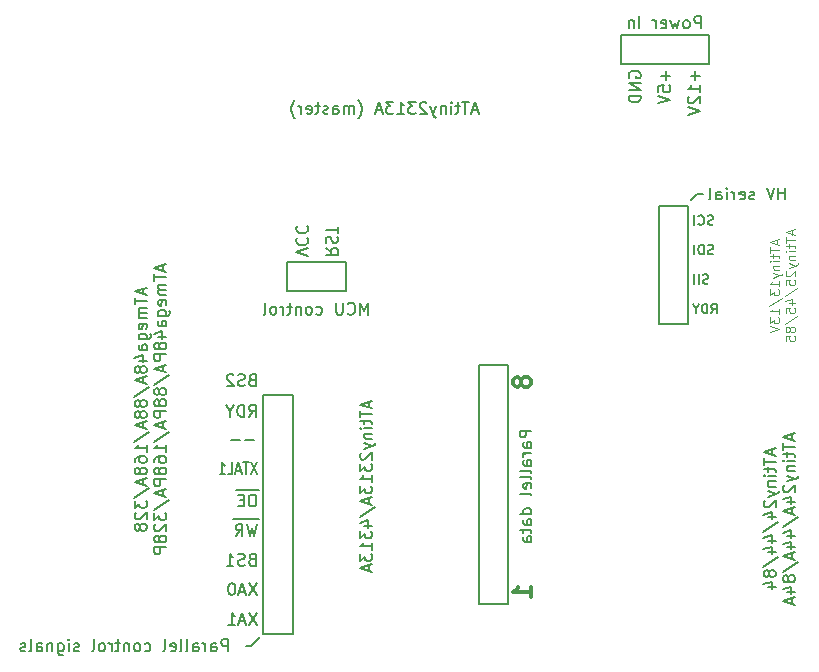
<source format=gbr>
G04 #@! TF.GenerationSoftware,KiCad,Pcbnew,5.1.6-c6e7f7d~87~ubuntu19.10.1*
G04 #@! TF.CreationDate,2020-11-03T03:18:30+01:00*
G04 #@! TF.ProjectId,fusedoctor,66757365-646f-4637-946f-722e6b696361,rev?*
G04 #@! TF.SameCoordinates,Original*
G04 #@! TF.FileFunction,Legend,Bot*
G04 #@! TF.FilePolarity,Positive*
%FSLAX46Y46*%
G04 Gerber Fmt 4.6, Leading zero omitted, Abs format (unit mm)*
G04 Created by KiCad (PCBNEW 5.1.6-c6e7f7d~87~ubuntu19.10.1) date 2020-11-03 03:18:30*
%MOMM*%
%LPD*%
G01*
G04 APERTURE LIST*
%ADD10C,0.150000*%
%ADD11C,0.200000*%
%ADD12C,0.300000*%
%ADD13C,0.125000*%
G04 APERTURE END LIST*
D10*
X70500000Y-140821428D02*
X71261904Y-140821428D01*
X71738095Y-140821428D02*
X72500000Y-140821428D01*
D11*
X72755714Y-142702380D02*
X72222380Y-143702380D01*
X72222380Y-142702380D02*
X72755714Y-143702380D01*
X72031904Y-142702380D02*
X71574761Y-142702380D01*
X71803333Y-143702380D02*
X71803333Y-142702380D01*
X71346190Y-143416666D02*
X70965238Y-143416666D01*
X71422380Y-143702380D02*
X71155714Y-142702380D01*
X70889047Y-143702380D01*
X70241428Y-143702380D02*
X70622380Y-143702380D01*
X70622380Y-142702380D01*
X69555714Y-143702380D02*
X70012857Y-143702380D01*
X69784285Y-143702380D02*
X69784285Y-142702380D01*
X69860476Y-142845238D01*
X69936666Y-142940476D01*
X70012857Y-142988095D01*
D10*
X110297619Y-105952380D02*
X110297619Y-104952380D01*
X109916666Y-104952380D01*
X109821428Y-105000000D01*
X109773809Y-105047619D01*
X109726190Y-105142857D01*
X109726190Y-105285714D01*
X109773809Y-105380952D01*
X109821428Y-105428571D01*
X109916666Y-105476190D01*
X110297619Y-105476190D01*
X109154761Y-105952380D02*
X109250000Y-105904761D01*
X109297619Y-105857142D01*
X109345238Y-105761904D01*
X109345238Y-105476190D01*
X109297619Y-105380952D01*
X109250000Y-105333333D01*
X109154761Y-105285714D01*
X109011904Y-105285714D01*
X108916666Y-105333333D01*
X108869047Y-105380952D01*
X108821428Y-105476190D01*
X108821428Y-105761904D01*
X108869047Y-105857142D01*
X108916666Y-105904761D01*
X109011904Y-105952380D01*
X109154761Y-105952380D01*
X108488095Y-105285714D02*
X108297619Y-105952380D01*
X108107142Y-105476190D01*
X107916666Y-105952380D01*
X107726190Y-105285714D01*
X106964285Y-105904761D02*
X107059523Y-105952380D01*
X107250000Y-105952380D01*
X107345238Y-105904761D01*
X107392857Y-105809523D01*
X107392857Y-105428571D01*
X107345238Y-105333333D01*
X107250000Y-105285714D01*
X107059523Y-105285714D01*
X106964285Y-105333333D01*
X106916666Y-105428571D01*
X106916666Y-105523809D01*
X107392857Y-105619047D01*
X106488095Y-105952380D02*
X106488095Y-105285714D01*
X106488095Y-105476190D02*
X106440476Y-105380952D01*
X106392857Y-105333333D01*
X106297619Y-105285714D01*
X106202380Y-105285714D01*
X105107142Y-105952380D02*
X105107142Y-104952380D01*
X104630952Y-105285714D02*
X104630952Y-105952380D01*
X104630952Y-105380952D02*
X104583333Y-105333333D01*
X104488095Y-105285714D01*
X104345238Y-105285714D01*
X104250000Y-105333333D01*
X104202380Y-105428571D01*
X104202380Y-105952380D01*
X111190594Y-130111904D02*
X111457261Y-129730952D01*
X111647737Y-130111904D02*
X111647737Y-129311904D01*
X111342975Y-129311904D01*
X111266785Y-129350000D01*
X111228690Y-129388095D01*
X111190594Y-129464285D01*
X111190594Y-129578571D01*
X111228690Y-129654761D01*
X111266785Y-129692857D01*
X111342975Y-129730952D01*
X111647737Y-129730952D01*
X110847737Y-130111904D02*
X110847737Y-129311904D01*
X110657261Y-129311904D01*
X110542975Y-129350000D01*
X110466785Y-129426190D01*
X110428690Y-129502380D01*
X110390594Y-129654761D01*
X110390594Y-129769047D01*
X110428690Y-129921428D01*
X110466785Y-129997619D01*
X110542975Y-130073809D01*
X110657261Y-130111904D01*
X110847737Y-130111904D01*
X109895356Y-129730952D02*
X109895356Y-130111904D01*
X110162023Y-129311904D02*
X109895356Y-129730952D01*
X109628690Y-129311904D01*
X110923929Y-127573809D02*
X110809643Y-127611904D01*
X110619167Y-127611904D01*
X110542976Y-127573809D01*
X110504881Y-127535714D01*
X110466786Y-127459523D01*
X110466786Y-127383333D01*
X110504881Y-127307142D01*
X110542976Y-127269047D01*
X110619167Y-127230952D01*
X110771548Y-127192857D01*
X110847738Y-127154761D01*
X110885833Y-127116666D01*
X110923929Y-127040476D01*
X110923929Y-126964285D01*
X110885833Y-126888095D01*
X110847738Y-126850000D01*
X110771548Y-126811904D01*
X110581071Y-126811904D01*
X110466786Y-126850000D01*
X110123929Y-127611904D02*
X110123929Y-126811904D01*
X109742976Y-127611904D02*
X109742976Y-126811904D01*
X111342976Y-125073809D02*
X111228690Y-125111904D01*
X111038214Y-125111904D01*
X110962023Y-125073809D01*
X110923928Y-125035714D01*
X110885833Y-124959523D01*
X110885833Y-124883333D01*
X110923928Y-124807142D01*
X110962023Y-124769047D01*
X111038214Y-124730952D01*
X111190595Y-124692857D01*
X111266785Y-124654761D01*
X111304880Y-124616666D01*
X111342976Y-124540476D01*
X111342976Y-124464285D01*
X111304880Y-124388095D01*
X111266785Y-124350000D01*
X111190595Y-124311904D01*
X111000118Y-124311904D01*
X110885833Y-124350000D01*
X110542976Y-125111904D02*
X110542976Y-124311904D01*
X110352499Y-124311904D01*
X110238214Y-124350000D01*
X110162023Y-124426190D01*
X110123928Y-124502380D01*
X110085833Y-124654761D01*
X110085833Y-124769047D01*
X110123928Y-124921428D01*
X110162023Y-124997619D01*
X110238214Y-125073809D01*
X110352499Y-125111904D01*
X110542976Y-125111904D01*
X109742976Y-125111904D02*
X109742976Y-124311904D01*
X111342976Y-122573809D02*
X111228690Y-122611904D01*
X111038214Y-122611904D01*
X110962023Y-122573809D01*
X110923928Y-122535714D01*
X110885833Y-122459523D01*
X110885833Y-122383333D01*
X110923928Y-122307142D01*
X110962023Y-122269047D01*
X111038214Y-122230952D01*
X111190595Y-122192857D01*
X111266785Y-122154761D01*
X111304880Y-122116666D01*
X111342976Y-122040476D01*
X111342976Y-121964285D01*
X111304880Y-121888095D01*
X111266785Y-121850000D01*
X111190595Y-121811904D01*
X111000118Y-121811904D01*
X110885833Y-121850000D01*
X110085833Y-122535714D02*
X110123928Y-122573809D01*
X110238214Y-122611904D01*
X110314404Y-122611904D01*
X110428690Y-122573809D01*
X110504880Y-122497619D01*
X110542976Y-122421428D01*
X110581071Y-122269047D01*
X110581071Y-122154761D01*
X110542976Y-122002380D01*
X110504880Y-121926190D01*
X110428690Y-121850000D01*
X110314404Y-121811904D01*
X110238214Y-121811904D01*
X110123928Y-121850000D01*
X110085833Y-121888095D01*
X109742976Y-122611904D02*
X109742976Y-121811904D01*
D11*
X78547619Y-124560476D02*
X79023809Y-124893809D01*
X78547619Y-125131904D02*
X79547619Y-125131904D01*
X79547619Y-124750952D01*
X79500000Y-124655714D01*
X79452380Y-124608095D01*
X79357142Y-124560476D01*
X79214285Y-124560476D01*
X79119047Y-124608095D01*
X79071428Y-124655714D01*
X79023809Y-124750952D01*
X79023809Y-125131904D01*
X78595238Y-124179523D02*
X78547619Y-124036666D01*
X78547619Y-123798571D01*
X78595238Y-123703333D01*
X78642857Y-123655714D01*
X78738095Y-123608095D01*
X78833333Y-123608095D01*
X78928571Y-123655714D01*
X78976190Y-123703333D01*
X79023809Y-123798571D01*
X79071428Y-123989047D01*
X79119047Y-124084285D01*
X79166666Y-124131904D01*
X79261904Y-124179523D01*
X79357142Y-124179523D01*
X79452380Y-124131904D01*
X79500000Y-124084285D01*
X79547619Y-123989047D01*
X79547619Y-123750952D01*
X79500000Y-123608095D01*
X79547619Y-123322380D02*
X79547619Y-122750952D01*
X78547619Y-123036666D02*
X79547619Y-123036666D01*
X77047619Y-125274761D02*
X76047619Y-124941428D01*
X77047619Y-124608095D01*
X76142857Y-123703333D02*
X76095238Y-123750952D01*
X76047619Y-123893809D01*
X76047619Y-123989047D01*
X76095238Y-124131904D01*
X76190476Y-124227142D01*
X76285714Y-124274761D01*
X76476190Y-124322380D01*
X76619047Y-124322380D01*
X76809523Y-124274761D01*
X76904761Y-124227142D01*
X77000000Y-124131904D01*
X77047619Y-123989047D01*
X77047619Y-123893809D01*
X77000000Y-123750952D01*
X76952380Y-123703333D01*
X76142857Y-122703333D02*
X76095238Y-122750952D01*
X76047619Y-122893809D01*
X76047619Y-122989047D01*
X76095238Y-123131904D01*
X76190476Y-123227142D01*
X76285714Y-123274761D01*
X76476190Y-123322380D01*
X76619047Y-123322380D01*
X76809523Y-123274761D01*
X76904761Y-123227142D01*
X77000000Y-123131904D01*
X77047619Y-122989047D01*
X77047619Y-122893809D01*
X77000000Y-122750952D01*
X76952380Y-122703333D01*
D10*
X117440476Y-120452380D02*
X117440476Y-119452380D01*
X117440476Y-119928571D02*
X116869047Y-119928571D01*
X116869047Y-120452380D02*
X116869047Y-119452380D01*
X116535714Y-119452380D02*
X116202380Y-120452380D01*
X115869047Y-119452380D01*
X114821428Y-120404761D02*
X114726190Y-120452380D01*
X114535714Y-120452380D01*
X114440476Y-120404761D01*
X114392857Y-120309523D01*
X114392857Y-120261904D01*
X114440476Y-120166666D01*
X114535714Y-120119047D01*
X114678571Y-120119047D01*
X114773809Y-120071428D01*
X114821428Y-119976190D01*
X114821428Y-119928571D01*
X114773809Y-119833333D01*
X114678571Y-119785714D01*
X114535714Y-119785714D01*
X114440476Y-119833333D01*
X113583333Y-120404761D02*
X113678571Y-120452380D01*
X113869047Y-120452380D01*
X113964285Y-120404761D01*
X114011904Y-120309523D01*
X114011904Y-119928571D01*
X113964285Y-119833333D01*
X113869047Y-119785714D01*
X113678571Y-119785714D01*
X113583333Y-119833333D01*
X113535714Y-119928571D01*
X113535714Y-120023809D01*
X114011904Y-120119047D01*
X113107142Y-120452380D02*
X113107142Y-119785714D01*
X113107142Y-119976190D02*
X113059523Y-119880952D01*
X113011904Y-119833333D01*
X112916666Y-119785714D01*
X112821428Y-119785714D01*
X112488095Y-120452380D02*
X112488095Y-119785714D01*
X112488095Y-119452380D02*
X112535714Y-119500000D01*
X112488095Y-119547619D01*
X112440476Y-119500000D01*
X112488095Y-119452380D01*
X112488095Y-119547619D01*
X111583333Y-120452380D02*
X111583333Y-119928571D01*
X111630952Y-119833333D01*
X111726190Y-119785714D01*
X111916666Y-119785714D01*
X112011904Y-119833333D01*
X111583333Y-120404761D02*
X111678571Y-120452380D01*
X111916666Y-120452380D01*
X112011904Y-120404761D01*
X112059523Y-120309523D01*
X112059523Y-120214285D01*
X112011904Y-120119047D01*
X111916666Y-120071428D01*
X111678571Y-120071428D01*
X111583333Y-120023809D01*
X110964285Y-120452380D02*
X111059523Y-120404761D01*
X111107142Y-120309523D01*
X111107142Y-119452380D01*
X110000000Y-120000000D02*
X109500000Y-120500000D01*
X110500000Y-120000000D02*
X110000000Y-120000000D01*
X72250000Y-158250000D02*
X71750000Y-158250000D01*
X73000000Y-157500000D02*
X72250000Y-158250000D01*
X73250000Y-157250000D02*
X75750000Y-157250000D01*
X73250000Y-137000000D02*
X73250000Y-157250000D01*
X75750000Y-137000000D02*
X73250000Y-137000000D01*
X75750000Y-157250000D02*
X75750000Y-137000000D01*
X70261904Y-158702380D02*
X70261904Y-157702380D01*
X69880952Y-157702380D01*
X69785714Y-157750000D01*
X69738095Y-157797619D01*
X69690476Y-157892857D01*
X69690476Y-158035714D01*
X69738095Y-158130952D01*
X69785714Y-158178571D01*
X69880952Y-158226190D01*
X70261904Y-158226190D01*
X68833333Y-158702380D02*
X68833333Y-158178571D01*
X68880952Y-158083333D01*
X68976190Y-158035714D01*
X69166666Y-158035714D01*
X69261904Y-158083333D01*
X68833333Y-158654761D02*
X68928571Y-158702380D01*
X69166666Y-158702380D01*
X69261904Y-158654761D01*
X69309523Y-158559523D01*
X69309523Y-158464285D01*
X69261904Y-158369047D01*
X69166666Y-158321428D01*
X68928571Y-158321428D01*
X68833333Y-158273809D01*
X68357142Y-158702380D02*
X68357142Y-158035714D01*
X68357142Y-158226190D02*
X68309523Y-158130952D01*
X68261904Y-158083333D01*
X68166666Y-158035714D01*
X68071428Y-158035714D01*
X67309523Y-158702380D02*
X67309523Y-158178571D01*
X67357142Y-158083333D01*
X67452380Y-158035714D01*
X67642857Y-158035714D01*
X67738095Y-158083333D01*
X67309523Y-158654761D02*
X67404761Y-158702380D01*
X67642857Y-158702380D01*
X67738095Y-158654761D01*
X67785714Y-158559523D01*
X67785714Y-158464285D01*
X67738095Y-158369047D01*
X67642857Y-158321428D01*
X67404761Y-158321428D01*
X67309523Y-158273809D01*
X66690476Y-158702380D02*
X66785714Y-158654761D01*
X66833333Y-158559523D01*
X66833333Y-157702380D01*
X66166666Y-158702380D02*
X66261904Y-158654761D01*
X66309523Y-158559523D01*
X66309523Y-157702380D01*
X65404761Y-158654761D02*
X65500000Y-158702380D01*
X65690476Y-158702380D01*
X65785714Y-158654761D01*
X65833333Y-158559523D01*
X65833333Y-158178571D01*
X65785714Y-158083333D01*
X65690476Y-158035714D01*
X65500000Y-158035714D01*
X65404761Y-158083333D01*
X65357142Y-158178571D01*
X65357142Y-158273809D01*
X65833333Y-158369047D01*
X64785714Y-158702380D02*
X64880952Y-158654761D01*
X64928571Y-158559523D01*
X64928571Y-157702380D01*
X63214285Y-158654761D02*
X63309523Y-158702380D01*
X63500000Y-158702380D01*
X63595238Y-158654761D01*
X63642857Y-158607142D01*
X63690476Y-158511904D01*
X63690476Y-158226190D01*
X63642857Y-158130952D01*
X63595238Y-158083333D01*
X63500000Y-158035714D01*
X63309523Y-158035714D01*
X63214285Y-158083333D01*
X62642857Y-158702380D02*
X62738095Y-158654761D01*
X62785714Y-158607142D01*
X62833333Y-158511904D01*
X62833333Y-158226190D01*
X62785714Y-158130952D01*
X62738095Y-158083333D01*
X62642857Y-158035714D01*
X62500000Y-158035714D01*
X62404761Y-158083333D01*
X62357142Y-158130952D01*
X62309523Y-158226190D01*
X62309523Y-158511904D01*
X62357142Y-158607142D01*
X62404761Y-158654761D01*
X62500000Y-158702380D01*
X62642857Y-158702380D01*
X61880952Y-158035714D02*
X61880952Y-158702380D01*
X61880952Y-158130952D02*
X61833333Y-158083333D01*
X61738095Y-158035714D01*
X61595238Y-158035714D01*
X61500000Y-158083333D01*
X61452380Y-158178571D01*
X61452380Y-158702380D01*
X61119047Y-158035714D02*
X60738095Y-158035714D01*
X60976190Y-157702380D02*
X60976190Y-158559523D01*
X60928571Y-158654761D01*
X60833333Y-158702380D01*
X60738095Y-158702380D01*
X60404761Y-158702380D02*
X60404761Y-158035714D01*
X60404761Y-158226190D02*
X60357142Y-158130952D01*
X60309523Y-158083333D01*
X60214285Y-158035714D01*
X60119047Y-158035714D01*
X59642857Y-158702380D02*
X59738095Y-158654761D01*
X59785714Y-158607142D01*
X59833333Y-158511904D01*
X59833333Y-158226190D01*
X59785714Y-158130952D01*
X59738095Y-158083333D01*
X59642857Y-158035714D01*
X59500000Y-158035714D01*
X59404761Y-158083333D01*
X59357142Y-158130952D01*
X59309523Y-158226190D01*
X59309523Y-158511904D01*
X59357142Y-158607142D01*
X59404761Y-158654761D01*
X59500000Y-158702380D01*
X59642857Y-158702380D01*
X58738095Y-158702380D02*
X58833333Y-158654761D01*
X58880952Y-158559523D01*
X58880952Y-157702380D01*
X57642857Y-158654761D02*
X57547619Y-158702380D01*
X57357142Y-158702380D01*
X57261904Y-158654761D01*
X57214285Y-158559523D01*
X57214285Y-158511904D01*
X57261904Y-158416666D01*
X57357142Y-158369047D01*
X57500000Y-158369047D01*
X57595238Y-158321428D01*
X57642857Y-158226190D01*
X57642857Y-158178571D01*
X57595238Y-158083333D01*
X57500000Y-158035714D01*
X57357142Y-158035714D01*
X57261904Y-158083333D01*
X56785714Y-158702380D02*
X56785714Y-158035714D01*
X56785714Y-157702380D02*
X56833333Y-157750000D01*
X56785714Y-157797619D01*
X56738095Y-157750000D01*
X56785714Y-157702380D01*
X56785714Y-157797619D01*
X55880952Y-158035714D02*
X55880952Y-158845238D01*
X55928571Y-158940476D01*
X55976190Y-158988095D01*
X56071428Y-159035714D01*
X56214285Y-159035714D01*
X56309523Y-158988095D01*
X55880952Y-158654761D02*
X55976190Y-158702380D01*
X56166666Y-158702380D01*
X56261904Y-158654761D01*
X56309523Y-158607142D01*
X56357142Y-158511904D01*
X56357142Y-158226190D01*
X56309523Y-158130952D01*
X56261904Y-158083333D01*
X56166666Y-158035714D01*
X55976190Y-158035714D01*
X55880952Y-158083333D01*
X55404761Y-158035714D02*
X55404761Y-158702380D01*
X55404761Y-158130952D02*
X55357142Y-158083333D01*
X55261904Y-158035714D01*
X55119047Y-158035714D01*
X55023809Y-158083333D01*
X54976190Y-158178571D01*
X54976190Y-158702380D01*
X54071428Y-158702380D02*
X54071428Y-158178571D01*
X54119047Y-158083333D01*
X54214285Y-158035714D01*
X54404761Y-158035714D01*
X54500000Y-158083333D01*
X54071428Y-158654761D02*
X54166666Y-158702380D01*
X54404761Y-158702380D01*
X54500000Y-158654761D01*
X54547619Y-158559523D01*
X54547619Y-158464285D01*
X54500000Y-158369047D01*
X54404761Y-158321428D01*
X54166666Y-158321428D01*
X54071428Y-158273809D01*
X53452380Y-158702380D02*
X53547619Y-158654761D01*
X53595238Y-158559523D01*
X53595238Y-157702380D01*
X53119047Y-158654761D02*
X53023809Y-158702380D01*
X52833333Y-158702380D01*
X52738095Y-158654761D01*
X52690476Y-158559523D01*
X52690476Y-158511904D01*
X52738095Y-158416666D01*
X52833333Y-158369047D01*
X52976190Y-158369047D01*
X53071428Y-158321428D01*
X53119047Y-158226190D01*
X53119047Y-158178571D01*
X53071428Y-158083333D01*
X52976190Y-158035714D01*
X52833333Y-158035714D01*
X52738095Y-158083333D01*
D11*
X72298571Y-135728571D02*
X72155714Y-135776190D01*
X72108095Y-135823809D01*
X72060476Y-135919047D01*
X72060476Y-136061904D01*
X72108095Y-136157142D01*
X72155714Y-136204761D01*
X72250952Y-136252380D01*
X72631904Y-136252380D01*
X72631904Y-135252380D01*
X72298571Y-135252380D01*
X72203333Y-135300000D01*
X72155714Y-135347619D01*
X72108095Y-135442857D01*
X72108095Y-135538095D01*
X72155714Y-135633333D01*
X72203333Y-135680952D01*
X72298571Y-135728571D01*
X72631904Y-135728571D01*
X71679523Y-136204761D02*
X71536666Y-136252380D01*
X71298571Y-136252380D01*
X71203333Y-136204761D01*
X71155714Y-136157142D01*
X71108095Y-136061904D01*
X71108095Y-135966666D01*
X71155714Y-135871428D01*
X71203333Y-135823809D01*
X71298571Y-135776190D01*
X71489047Y-135728571D01*
X71584285Y-135680952D01*
X71631904Y-135633333D01*
X71679523Y-135538095D01*
X71679523Y-135442857D01*
X71631904Y-135347619D01*
X71584285Y-135300000D01*
X71489047Y-135252380D01*
X71250952Y-135252380D01*
X71108095Y-135300000D01*
X70727142Y-135347619D02*
X70679523Y-135300000D01*
X70584285Y-135252380D01*
X70346190Y-135252380D01*
X70250952Y-135300000D01*
X70203333Y-135347619D01*
X70155714Y-135442857D01*
X70155714Y-135538095D01*
X70203333Y-135680952D01*
X70774761Y-136252380D01*
X70155714Y-136252380D01*
D10*
X95952380Y-140035714D02*
X94952380Y-140035714D01*
X94952380Y-140416666D01*
X95000000Y-140511904D01*
X95047619Y-140559523D01*
X95142857Y-140607142D01*
X95285714Y-140607142D01*
X95380952Y-140559523D01*
X95428571Y-140511904D01*
X95476190Y-140416666D01*
X95476190Y-140035714D01*
X95952380Y-141464285D02*
X95428571Y-141464285D01*
X95333333Y-141416666D01*
X95285714Y-141321428D01*
X95285714Y-141130952D01*
X95333333Y-141035714D01*
X95904761Y-141464285D02*
X95952380Y-141369047D01*
X95952380Y-141130952D01*
X95904761Y-141035714D01*
X95809523Y-140988095D01*
X95714285Y-140988095D01*
X95619047Y-141035714D01*
X95571428Y-141130952D01*
X95571428Y-141369047D01*
X95523809Y-141464285D01*
X95952380Y-141940476D02*
X95285714Y-141940476D01*
X95476190Y-141940476D02*
X95380952Y-141988095D01*
X95333333Y-142035714D01*
X95285714Y-142130952D01*
X95285714Y-142226190D01*
X95952380Y-142988095D02*
X95428571Y-142988095D01*
X95333333Y-142940476D01*
X95285714Y-142845238D01*
X95285714Y-142654761D01*
X95333333Y-142559523D01*
X95904761Y-142988095D02*
X95952380Y-142892857D01*
X95952380Y-142654761D01*
X95904761Y-142559523D01*
X95809523Y-142511904D01*
X95714285Y-142511904D01*
X95619047Y-142559523D01*
X95571428Y-142654761D01*
X95571428Y-142892857D01*
X95523809Y-142988095D01*
X95952380Y-143607142D02*
X95904761Y-143511904D01*
X95809523Y-143464285D01*
X94952380Y-143464285D01*
X95952380Y-144130952D02*
X95904761Y-144035714D01*
X95809523Y-143988095D01*
X94952380Y-143988095D01*
X95904761Y-144892857D02*
X95952380Y-144797619D01*
X95952380Y-144607142D01*
X95904761Y-144511904D01*
X95809523Y-144464285D01*
X95428571Y-144464285D01*
X95333333Y-144511904D01*
X95285714Y-144607142D01*
X95285714Y-144797619D01*
X95333333Y-144892857D01*
X95428571Y-144940476D01*
X95523809Y-144940476D01*
X95619047Y-144464285D01*
X95952380Y-145511904D02*
X95904761Y-145416666D01*
X95809523Y-145369047D01*
X94952380Y-145369047D01*
X95952380Y-147083333D02*
X94952380Y-147083333D01*
X95904761Y-147083333D02*
X95952380Y-146988095D01*
X95952380Y-146797619D01*
X95904761Y-146702380D01*
X95857142Y-146654761D01*
X95761904Y-146607142D01*
X95476190Y-146607142D01*
X95380952Y-146654761D01*
X95333333Y-146702380D01*
X95285714Y-146797619D01*
X95285714Y-146988095D01*
X95333333Y-147083333D01*
X95952380Y-147988095D02*
X95428571Y-147988095D01*
X95333333Y-147940476D01*
X95285714Y-147845238D01*
X95285714Y-147654761D01*
X95333333Y-147559523D01*
X95904761Y-147988095D02*
X95952380Y-147892857D01*
X95952380Y-147654761D01*
X95904761Y-147559523D01*
X95809523Y-147511904D01*
X95714285Y-147511904D01*
X95619047Y-147559523D01*
X95571428Y-147654761D01*
X95571428Y-147892857D01*
X95523809Y-147988095D01*
X95285714Y-148321428D02*
X95285714Y-148702380D01*
X94952380Y-148464285D02*
X95809523Y-148464285D01*
X95904761Y-148511904D01*
X95952380Y-148607142D01*
X95952380Y-148702380D01*
X95952380Y-149464285D02*
X95428571Y-149464285D01*
X95333333Y-149416666D01*
X95285714Y-149321428D01*
X95285714Y-149130952D01*
X95333333Y-149035714D01*
X95904761Y-149464285D02*
X95952380Y-149369047D01*
X95952380Y-149130952D01*
X95904761Y-149035714D01*
X95809523Y-148988095D01*
X95714285Y-148988095D01*
X95619047Y-149035714D01*
X95571428Y-149130952D01*
X95571428Y-149369047D01*
X95523809Y-149464285D01*
D12*
X95071428Y-135766428D02*
X95000000Y-135623571D01*
X94928571Y-135552142D01*
X94785714Y-135480714D01*
X94714285Y-135480714D01*
X94571428Y-135552142D01*
X94500000Y-135623571D01*
X94428571Y-135766428D01*
X94428571Y-136052142D01*
X94500000Y-136195000D01*
X94571428Y-136266428D01*
X94714285Y-136337857D01*
X94785714Y-136337857D01*
X94928571Y-136266428D01*
X95000000Y-136195000D01*
X95071428Y-136052142D01*
X95071428Y-135766428D01*
X95142857Y-135623571D01*
X95214285Y-135552142D01*
X95357142Y-135480714D01*
X95642857Y-135480714D01*
X95785714Y-135552142D01*
X95857142Y-135623571D01*
X95928571Y-135766428D01*
X95928571Y-136052142D01*
X95857142Y-136195000D01*
X95785714Y-136266428D01*
X95642857Y-136337857D01*
X95357142Y-136337857D01*
X95214285Y-136266428D01*
X95142857Y-136195000D01*
X95071428Y-136052142D01*
X95928571Y-154087857D02*
X95928571Y-153230714D01*
X95928571Y-153659285D02*
X94428571Y-153659285D01*
X94642857Y-153516428D01*
X94785714Y-153373571D01*
X94857142Y-153230714D01*
D11*
X72060476Y-138852380D02*
X72393809Y-138376190D01*
X72631904Y-138852380D02*
X72631904Y-137852380D01*
X72250952Y-137852380D01*
X72155714Y-137900000D01*
X72108095Y-137947619D01*
X72060476Y-138042857D01*
X72060476Y-138185714D01*
X72108095Y-138280952D01*
X72155714Y-138328571D01*
X72250952Y-138376190D01*
X72631904Y-138376190D01*
X71631904Y-138852380D02*
X71631904Y-137852380D01*
X71393809Y-137852380D01*
X71250952Y-137900000D01*
X71155714Y-137995238D01*
X71108095Y-138090476D01*
X71060476Y-138280952D01*
X71060476Y-138423809D01*
X71108095Y-138614285D01*
X71155714Y-138709523D01*
X71250952Y-138804761D01*
X71393809Y-138852380D01*
X71631904Y-138852380D01*
X70441428Y-138376190D02*
X70441428Y-138852380D01*
X70774761Y-137852380D02*
X70441428Y-138376190D01*
X70108095Y-137852380D01*
D10*
X106750000Y-131000000D02*
X106750000Y-121000000D01*
X109250000Y-131000000D02*
X106750000Y-131000000D01*
X109250000Y-121000000D02*
X109250000Y-131000000D01*
X106750000Y-121000000D02*
X109250000Y-121000000D01*
X94000000Y-134500000D02*
X91500000Y-134500000D01*
X94000000Y-154750000D02*
X94000000Y-134500000D01*
X91500000Y-154750000D02*
X94000000Y-154750000D01*
X91500000Y-134500000D02*
X91500000Y-154750000D01*
X103500000Y-106500000D02*
X103500000Y-109000000D01*
X111000000Y-106500000D02*
X103500000Y-106500000D01*
X111000000Y-109000000D02*
X111000000Y-106500000D01*
X103500000Y-109000000D02*
X111000000Y-109000000D01*
X75250000Y-128250000D02*
X80250000Y-128250000D01*
X75250000Y-125750000D02*
X75250000Y-128250000D01*
X80250000Y-125750000D02*
X75250000Y-125750000D01*
X80250000Y-125750000D02*
X80250000Y-128250000D01*
X82130952Y-130202380D02*
X82130952Y-129202380D01*
X81797619Y-129916666D01*
X81464285Y-129202380D01*
X81464285Y-130202380D01*
X80416666Y-130107142D02*
X80464285Y-130154761D01*
X80607142Y-130202380D01*
X80702380Y-130202380D01*
X80845238Y-130154761D01*
X80940476Y-130059523D01*
X80988095Y-129964285D01*
X81035714Y-129773809D01*
X81035714Y-129630952D01*
X80988095Y-129440476D01*
X80940476Y-129345238D01*
X80845238Y-129250000D01*
X80702380Y-129202380D01*
X80607142Y-129202380D01*
X80464285Y-129250000D01*
X80416666Y-129297619D01*
X79988095Y-129202380D02*
X79988095Y-130011904D01*
X79940476Y-130107142D01*
X79892857Y-130154761D01*
X79797619Y-130202380D01*
X79607142Y-130202380D01*
X79511904Y-130154761D01*
X79464285Y-130107142D01*
X79416666Y-130011904D01*
X79416666Y-129202380D01*
X77750000Y-130154761D02*
X77845238Y-130202380D01*
X78035714Y-130202380D01*
X78130952Y-130154761D01*
X78178571Y-130107142D01*
X78226190Y-130011904D01*
X78226190Y-129726190D01*
X78178571Y-129630952D01*
X78130952Y-129583333D01*
X78035714Y-129535714D01*
X77845238Y-129535714D01*
X77750000Y-129583333D01*
X77178571Y-130202380D02*
X77273809Y-130154761D01*
X77321428Y-130107142D01*
X77369047Y-130011904D01*
X77369047Y-129726190D01*
X77321428Y-129630952D01*
X77273809Y-129583333D01*
X77178571Y-129535714D01*
X77035714Y-129535714D01*
X76940476Y-129583333D01*
X76892857Y-129630952D01*
X76845238Y-129726190D01*
X76845238Y-130011904D01*
X76892857Y-130107142D01*
X76940476Y-130154761D01*
X77035714Y-130202380D01*
X77178571Y-130202380D01*
X76416666Y-129535714D02*
X76416666Y-130202380D01*
X76416666Y-129630952D02*
X76369047Y-129583333D01*
X76273809Y-129535714D01*
X76130952Y-129535714D01*
X76035714Y-129583333D01*
X75988095Y-129678571D01*
X75988095Y-130202380D01*
X75654761Y-129535714D02*
X75273809Y-129535714D01*
X75511904Y-129202380D02*
X75511904Y-130059523D01*
X75464285Y-130154761D01*
X75369047Y-130202380D01*
X75273809Y-130202380D01*
X74940476Y-130202380D02*
X74940476Y-129535714D01*
X74940476Y-129726190D02*
X74892857Y-129630952D01*
X74845238Y-129583333D01*
X74750000Y-129535714D01*
X74654761Y-129535714D01*
X74178571Y-130202380D02*
X74273809Y-130154761D01*
X74321428Y-130107142D01*
X74369047Y-130011904D01*
X74369047Y-129726190D01*
X74321428Y-129630952D01*
X74273809Y-129583333D01*
X74178571Y-129535714D01*
X74035714Y-129535714D01*
X73940476Y-129583333D01*
X73892857Y-129630952D01*
X73845238Y-129726190D01*
X73845238Y-130011904D01*
X73892857Y-130107142D01*
X73940476Y-130154761D01*
X74035714Y-130202380D01*
X74178571Y-130202380D01*
X73273809Y-130202380D02*
X73369047Y-130154761D01*
X73416666Y-130059523D01*
X73416666Y-129202380D01*
D11*
X107321428Y-109618095D02*
X107321428Y-110380000D01*
X107702380Y-109999047D02*
X106940476Y-109999047D01*
X106702380Y-111332380D02*
X106702380Y-110856190D01*
X107178571Y-110808571D01*
X107130952Y-110856190D01*
X107083333Y-110951428D01*
X107083333Y-111189523D01*
X107130952Y-111284761D01*
X107178571Y-111332380D01*
X107273809Y-111380000D01*
X107511904Y-111380000D01*
X107607142Y-111332380D01*
X107654761Y-111284761D01*
X107702380Y-111189523D01*
X107702380Y-110951428D01*
X107654761Y-110856190D01*
X107607142Y-110808571D01*
X106702380Y-111665714D02*
X107702380Y-111999047D01*
X106702380Y-112332380D01*
X109821428Y-109618095D02*
X109821428Y-110380000D01*
X110202380Y-109999047D02*
X109440476Y-109999047D01*
X110202380Y-111380000D02*
X110202380Y-110808571D01*
X110202380Y-111094285D02*
X109202380Y-111094285D01*
X109345238Y-110999047D01*
X109440476Y-110903809D01*
X109488095Y-110808571D01*
X109297619Y-111760952D02*
X109250000Y-111808571D01*
X109202380Y-111903809D01*
X109202380Y-112141904D01*
X109250000Y-112237142D01*
X109297619Y-112284761D01*
X109392857Y-112332380D01*
X109488095Y-112332380D01*
X109630952Y-112284761D01*
X110202380Y-111713333D01*
X110202380Y-112332380D01*
X109202380Y-112618095D02*
X110202380Y-112951428D01*
X109202380Y-113284761D01*
X104250000Y-110141904D02*
X104202380Y-110046666D01*
X104202380Y-109903809D01*
X104250000Y-109760952D01*
X104345238Y-109665714D01*
X104440476Y-109618095D01*
X104630952Y-109570476D01*
X104773809Y-109570476D01*
X104964285Y-109618095D01*
X105059523Y-109665714D01*
X105154761Y-109760952D01*
X105202380Y-109903809D01*
X105202380Y-109999047D01*
X105154761Y-110141904D01*
X105107142Y-110189523D01*
X104773809Y-110189523D01*
X104773809Y-109999047D01*
X105202380Y-110618095D02*
X104202380Y-110618095D01*
X105202380Y-111189523D01*
X104202380Y-111189523D01*
X105202380Y-111665714D02*
X104202380Y-111665714D01*
X104202380Y-111903809D01*
X104250000Y-112046666D01*
X104345238Y-112141904D01*
X104440476Y-112189523D01*
X104630952Y-112237142D01*
X104773809Y-112237142D01*
X104964285Y-112189523D01*
X105059523Y-112141904D01*
X105154761Y-112046666D01*
X105202380Y-111903809D01*
X105202380Y-111665714D01*
X72870000Y-145020000D02*
X71822380Y-145020000D01*
X72441428Y-145452380D02*
X72250952Y-145452380D01*
X72155714Y-145500000D01*
X72060476Y-145595238D01*
X72012857Y-145785714D01*
X72012857Y-146119047D01*
X72060476Y-146309523D01*
X72155714Y-146404761D01*
X72250952Y-146452380D01*
X72441428Y-146452380D01*
X72536666Y-146404761D01*
X72631904Y-146309523D01*
X72679523Y-146119047D01*
X72679523Y-145785714D01*
X72631904Y-145595238D01*
X72536666Y-145500000D01*
X72441428Y-145452380D01*
X71822380Y-145020000D02*
X70917619Y-145020000D01*
X71584285Y-145928571D02*
X71250952Y-145928571D01*
X71108095Y-146452380D02*
X71584285Y-146452380D01*
X71584285Y-145452380D01*
X71108095Y-145452380D01*
X72870000Y-147520000D02*
X71727142Y-147520000D01*
X72727142Y-147952380D02*
X72489047Y-148952380D01*
X72298571Y-148238095D01*
X72108095Y-148952380D01*
X71870000Y-147952380D01*
X71727142Y-147520000D02*
X70727142Y-147520000D01*
X70917619Y-148952380D02*
X71250952Y-148476190D01*
X71489047Y-148952380D02*
X71489047Y-147952380D01*
X71108095Y-147952380D01*
X71012857Y-148000000D01*
X70965238Y-148047619D01*
X70917619Y-148142857D01*
X70917619Y-148285714D01*
X70965238Y-148380952D01*
X71012857Y-148428571D01*
X71108095Y-148476190D01*
X71489047Y-148476190D01*
X72298571Y-150928571D02*
X72155714Y-150976190D01*
X72108095Y-151023809D01*
X72060476Y-151119047D01*
X72060476Y-151261904D01*
X72108095Y-151357142D01*
X72155714Y-151404761D01*
X72250952Y-151452380D01*
X72631904Y-151452380D01*
X72631904Y-150452380D01*
X72298571Y-150452380D01*
X72203333Y-150500000D01*
X72155714Y-150547619D01*
X72108095Y-150642857D01*
X72108095Y-150738095D01*
X72155714Y-150833333D01*
X72203333Y-150880952D01*
X72298571Y-150928571D01*
X72631904Y-150928571D01*
X71679523Y-151404761D02*
X71536666Y-151452380D01*
X71298571Y-151452380D01*
X71203333Y-151404761D01*
X71155714Y-151357142D01*
X71108095Y-151261904D01*
X71108095Y-151166666D01*
X71155714Y-151071428D01*
X71203333Y-151023809D01*
X71298571Y-150976190D01*
X71489047Y-150928571D01*
X71584285Y-150880952D01*
X71631904Y-150833333D01*
X71679523Y-150738095D01*
X71679523Y-150642857D01*
X71631904Y-150547619D01*
X71584285Y-150500000D01*
X71489047Y-150452380D01*
X71250952Y-150452380D01*
X71108095Y-150500000D01*
X70155714Y-151452380D02*
X70727142Y-151452380D01*
X70441428Y-151452380D02*
X70441428Y-150452380D01*
X70536666Y-150595238D01*
X70631904Y-150690476D01*
X70727142Y-150738095D01*
X72727142Y-152952380D02*
X72060476Y-153952380D01*
X72060476Y-152952380D02*
X72727142Y-153952380D01*
X71727142Y-153666666D02*
X71250952Y-153666666D01*
X71822380Y-153952380D02*
X71489047Y-152952380D01*
X71155714Y-153952380D01*
X70631904Y-152952380D02*
X70536666Y-152952380D01*
X70441428Y-153000000D01*
X70393809Y-153047619D01*
X70346190Y-153142857D01*
X70298571Y-153333333D01*
X70298571Y-153571428D01*
X70346190Y-153761904D01*
X70393809Y-153857142D01*
X70441428Y-153904761D01*
X70536666Y-153952380D01*
X70631904Y-153952380D01*
X70727142Y-153904761D01*
X70774761Y-153857142D01*
X70822380Y-153761904D01*
X70870000Y-153571428D01*
X70870000Y-153333333D01*
X70822380Y-153142857D01*
X70774761Y-153047619D01*
X70727142Y-153000000D01*
X70631904Y-152952380D01*
X72727142Y-155452380D02*
X72060476Y-156452380D01*
X72060476Y-155452380D02*
X72727142Y-156452380D01*
X71727142Y-156166666D02*
X71250952Y-156166666D01*
X71822380Y-156452380D02*
X71489047Y-155452380D01*
X71155714Y-156452380D01*
X70298571Y-156452380D02*
X70870000Y-156452380D01*
X70584285Y-156452380D02*
X70584285Y-155452380D01*
X70679523Y-155595238D01*
X70774761Y-155690476D01*
X70870000Y-155738095D01*
G04 #@! TO.C,U5*
D10*
X63091666Y-128011904D02*
X63091666Y-128488095D01*
X63377380Y-127916666D02*
X62377380Y-128250000D01*
X63377380Y-128583333D01*
X62377380Y-128773809D02*
X62377380Y-129345238D01*
X63377380Y-129059523D02*
X62377380Y-129059523D01*
X63377380Y-129678571D02*
X62710714Y-129678571D01*
X62805952Y-129678571D02*
X62758333Y-129726190D01*
X62710714Y-129821428D01*
X62710714Y-129964285D01*
X62758333Y-130059523D01*
X62853571Y-130107142D01*
X63377380Y-130107142D01*
X62853571Y-130107142D02*
X62758333Y-130154761D01*
X62710714Y-130250000D01*
X62710714Y-130392857D01*
X62758333Y-130488095D01*
X62853571Y-130535714D01*
X63377380Y-130535714D01*
X63329761Y-131392857D02*
X63377380Y-131297619D01*
X63377380Y-131107142D01*
X63329761Y-131011904D01*
X63234523Y-130964285D01*
X62853571Y-130964285D01*
X62758333Y-131011904D01*
X62710714Y-131107142D01*
X62710714Y-131297619D01*
X62758333Y-131392857D01*
X62853571Y-131440476D01*
X62948809Y-131440476D01*
X63044047Y-130964285D01*
X62710714Y-132297619D02*
X63520238Y-132297619D01*
X63615476Y-132250000D01*
X63663095Y-132202380D01*
X63710714Y-132107142D01*
X63710714Y-131964285D01*
X63663095Y-131869047D01*
X63329761Y-132297619D02*
X63377380Y-132202380D01*
X63377380Y-132011904D01*
X63329761Y-131916666D01*
X63282142Y-131869047D01*
X63186904Y-131821428D01*
X62901190Y-131821428D01*
X62805952Y-131869047D01*
X62758333Y-131916666D01*
X62710714Y-132011904D01*
X62710714Y-132202380D01*
X62758333Y-132297619D01*
X63377380Y-133202380D02*
X62853571Y-133202380D01*
X62758333Y-133154761D01*
X62710714Y-133059523D01*
X62710714Y-132869047D01*
X62758333Y-132773809D01*
X63329761Y-133202380D02*
X63377380Y-133107142D01*
X63377380Y-132869047D01*
X63329761Y-132773809D01*
X63234523Y-132726190D01*
X63139285Y-132726190D01*
X63044047Y-132773809D01*
X62996428Y-132869047D01*
X62996428Y-133107142D01*
X62948809Y-133202380D01*
X62710714Y-134107142D02*
X63377380Y-134107142D01*
X62329761Y-133869047D02*
X63044047Y-133630952D01*
X63044047Y-134250000D01*
X62805952Y-134773809D02*
X62758333Y-134678571D01*
X62710714Y-134630952D01*
X62615476Y-134583333D01*
X62567857Y-134583333D01*
X62472619Y-134630952D01*
X62425000Y-134678571D01*
X62377380Y-134773809D01*
X62377380Y-134964285D01*
X62425000Y-135059523D01*
X62472619Y-135107142D01*
X62567857Y-135154761D01*
X62615476Y-135154761D01*
X62710714Y-135107142D01*
X62758333Y-135059523D01*
X62805952Y-134964285D01*
X62805952Y-134773809D01*
X62853571Y-134678571D01*
X62901190Y-134630952D01*
X62996428Y-134583333D01*
X63186904Y-134583333D01*
X63282142Y-134630952D01*
X63329761Y-134678571D01*
X63377380Y-134773809D01*
X63377380Y-134964285D01*
X63329761Y-135059523D01*
X63282142Y-135107142D01*
X63186904Y-135154761D01*
X62996428Y-135154761D01*
X62901190Y-135107142D01*
X62853571Y-135059523D01*
X62805952Y-134964285D01*
X63091666Y-135535714D02*
X63091666Y-136011904D01*
X63377380Y-135440476D02*
X62377380Y-135773809D01*
X63377380Y-136107142D01*
X62329761Y-137154761D02*
X63615476Y-136297619D01*
X62805952Y-137630952D02*
X62758333Y-137535714D01*
X62710714Y-137488095D01*
X62615476Y-137440476D01*
X62567857Y-137440476D01*
X62472619Y-137488095D01*
X62425000Y-137535714D01*
X62377380Y-137630952D01*
X62377380Y-137821428D01*
X62425000Y-137916666D01*
X62472619Y-137964285D01*
X62567857Y-138011904D01*
X62615476Y-138011904D01*
X62710714Y-137964285D01*
X62758333Y-137916666D01*
X62805952Y-137821428D01*
X62805952Y-137630952D01*
X62853571Y-137535714D01*
X62901190Y-137488095D01*
X62996428Y-137440476D01*
X63186904Y-137440476D01*
X63282142Y-137488095D01*
X63329761Y-137535714D01*
X63377380Y-137630952D01*
X63377380Y-137821428D01*
X63329761Y-137916666D01*
X63282142Y-137964285D01*
X63186904Y-138011904D01*
X62996428Y-138011904D01*
X62901190Y-137964285D01*
X62853571Y-137916666D01*
X62805952Y-137821428D01*
X62805952Y-138583333D02*
X62758333Y-138488095D01*
X62710714Y-138440476D01*
X62615476Y-138392857D01*
X62567857Y-138392857D01*
X62472619Y-138440476D01*
X62425000Y-138488095D01*
X62377380Y-138583333D01*
X62377380Y-138773809D01*
X62425000Y-138869047D01*
X62472619Y-138916666D01*
X62567857Y-138964285D01*
X62615476Y-138964285D01*
X62710714Y-138916666D01*
X62758333Y-138869047D01*
X62805952Y-138773809D01*
X62805952Y-138583333D01*
X62853571Y-138488095D01*
X62901190Y-138440476D01*
X62996428Y-138392857D01*
X63186904Y-138392857D01*
X63282142Y-138440476D01*
X63329761Y-138488095D01*
X63377380Y-138583333D01*
X63377380Y-138773809D01*
X63329761Y-138869047D01*
X63282142Y-138916666D01*
X63186904Y-138964285D01*
X62996428Y-138964285D01*
X62901190Y-138916666D01*
X62853571Y-138869047D01*
X62805952Y-138773809D01*
X63091666Y-139345238D02*
X63091666Y-139821428D01*
X63377380Y-139250000D02*
X62377380Y-139583333D01*
X63377380Y-139916666D01*
X62329761Y-140964285D02*
X63615476Y-140107142D01*
X63377380Y-141821428D02*
X63377380Y-141250000D01*
X63377380Y-141535714D02*
X62377380Y-141535714D01*
X62520238Y-141440476D01*
X62615476Y-141345238D01*
X62663095Y-141250000D01*
X62377380Y-142678571D02*
X62377380Y-142488095D01*
X62425000Y-142392857D01*
X62472619Y-142345238D01*
X62615476Y-142250000D01*
X62805952Y-142202380D01*
X63186904Y-142202380D01*
X63282142Y-142250000D01*
X63329761Y-142297619D01*
X63377380Y-142392857D01*
X63377380Y-142583333D01*
X63329761Y-142678571D01*
X63282142Y-142726190D01*
X63186904Y-142773809D01*
X62948809Y-142773809D01*
X62853571Y-142726190D01*
X62805952Y-142678571D01*
X62758333Y-142583333D01*
X62758333Y-142392857D01*
X62805952Y-142297619D01*
X62853571Y-142250000D01*
X62948809Y-142202380D01*
X62805952Y-143345238D02*
X62758333Y-143250000D01*
X62710714Y-143202380D01*
X62615476Y-143154761D01*
X62567857Y-143154761D01*
X62472619Y-143202380D01*
X62425000Y-143250000D01*
X62377380Y-143345238D01*
X62377380Y-143535714D01*
X62425000Y-143630952D01*
X62472619Y-143678571D01*
X62567857Y-143726190D01*
X62615476Y-143726190D01*
X62710714Y-143678571D01*
X62758333Y-143630952D01*
X62805952Y-143535714D01*
X62805952Y-143345238D01*
X62853571Y-143250000D01*
X62901190Y-143202380D01*
X62996428Y-143154761D01*
X63186904Y-143154761D01*
X63282142Y-143202380D01*
X63329761Y-143250000D01*
X63377380Y-143345238D01*
X63377380Y-143535714D01*
X63329761Y-143630952D01*
X63282142Y-143678571D01*
X63186904Y-143726190D01*
X62996428Y-143726190D01*
X62901190Y-143678571D01*
X62853571Y-143630952D01*
X62805952Y-143535714D01*
X63091666Y-144107142D02*
X63091666Y-144583333D01*
X63377380Y-144011904D02*
X62377380Y-144345238D01*
X63377380Y-144678571D01*
X62329761Y-145726190D02*
X63615476Y-144869047D01*
X62377380Y-145964285D02*
X62377380Y-146583333D01*
X62758333Y-146250000D01*
X62758333Y-146392857D01*
X62805952Y-146488095D01*
X62853571Y-146535714D01*
X62948809Y-146583333D01*
X63186904Y-146583333D01*
X63282142Y-146535714D01*
X63329761Y-146488095D01*
X63377380Y-146392857D01*
X63377380Y-146107142D01*
X63329761Y-146011904D01*
X63282142Y-145964285D01*
X62472619Y-146964285D02*
X62425000Y-147011904D01*
X62377380Y-147107142D01*
X62377380Y-147345238D01*
X62425000Y-147440476D01*
X62472619Y-147488095D01*
X62567857Y-147535714D01*
X62663095Y-147535714D01*
X62805952Y-147488095D01*
X63377380Y-146916666D01*
X63377380Y-147535714D01*
X62805952Y-148107142D02*
X62758333Y-148011904D01*
X62710714Y-147964285D01*
X62615476Y-147916666D01*
X62567857Y-147916666D01*
X62472619Y-147964285D01*
X62425000Y-148011904D01*
X62377380Y-148107142D01*
X62377380Y-148297619D01*
X62425000Y-148392857D01*
X62472619Y-148440476D01*
X62567857Y-148488095D01*
X62615476Y-148488095D01*
X62710714Y-148440476D01*
X62758333Y-148392857D01*
X62805952Y-148297619D01*
X62805952Y-148107142D01*
X62853571Y-148011904D01*
X62901190Y-147964285D01*
X62996428Y-147916666D01*
X63186904Y-147916666D01*
X63282142Y-147964285D01*
X63329761Y-148011904D01*
X63377380Y-148107142D01*
X63377380Y-148297619D01*
X63329761Y-148392857D01*
X63282142Y-148440476D01*
X63186904Y-148488095D01*
X62996428Y-148488095D01*
X62901190Y-148440476D01*
X62853571Y-148392857D01*
X62805952Y-148297619D01*
X64741666Y-126011904D02*
X64741666Y-126488095D01*
X65027380Y-125916666D02*
X64027380Y-126250000D01*
X65027380Y-126583333D01*
X64027380Y-126773809D02*
X64027380Y-127345238D01*
X65027380Y-127059523D02*
X64027380Y-127059523D01*
X65027380Y-127678571D02*
X64360714Y-127678571D01*
X64455952Y-127678571D02*
X64408333Y-127726190D01*
X64360714Y-127821428D01*
X64360714Y-127964285D01*
X64408333Y-128059523D01*
X64503571Y-128107142D01*
X65027380Y-128107142D01*
X64503571Y-128107142D02*
X64408333Y-128154761D01*
X64360714Y-128250000D01*
X64360714Y-128392857D01*
X64408333Y-128488095D01*
X64503571Y-128535714D01*
X65027380Y-128535714D01*
X64979761Y-129392857D02*
X65027380Y-129297619D01*
X65027380Y-129107142D01*
X64979761Y-129011904D01*
X64884523Y-128964285D01*
X64503571Y-128964285D01*
X64408333Y-129011904D01*
X64360714Y-129107142D01*
X64360714Y-129297619D01*
X64408333Y-129392857D01*
X64503571Y-129440476D01*
X64598809Y-129440476D01*
X64694047Y-128964285D01*
X64360714Y-130297619D02*
X65170238Y-130297619D01*
X65265476Y-130250000D01*
X65313095Y-130202380D01*
X65360714Y-130107142D01*
X65360714Y-129964285D01*
X65313095Y-129869047D01*
X64979761Y-130297619D02*
X65027380Y-130202380D01*
X65027380Y-130011904D01*
X64979761Y-129916666D01*
X64932142Y-129869047D01*
X64836904Y-129821428D01*
X64551190Y-129821428D01*
X64455952Y-129869047D01*
X64408333Y-129916666D01*
X64360714Y-130011904D01*
X64360714Y-130202380D01*
X64408333Y-130297619D01*
X65027380Y-131202380D02*
X64503571Y-131202380D01*
X64408333Y-131154761D01*
X64360714Y-131059523D01*
X64360714Y-130869047D01*
X64408333Y-130773809D01*
X64979761Y-131202380D02*
X65027380Y-131107142D01*
X65027380Y-130869047D01*
X64979761Y-130773809D01*
X64884523Y-130726190D01*
X64789285Y-130726190D01*
X64694047Y-130773809D01*
X64646428Y-130869047D01*
X64646428Y-131107142D01*
X64598809Y-131202380D01*
X64360714Y-132107142D02*
X65027380Y-132107142D01*
X63979761Y-131869047D02*
X64694047Y-131630952D01*
X64694047Y-132250000D01*
X64455952Y-132773809D02*
X64408333Y-132678571D01*
X64360714Y-132630952D01*
X64265476Y-132583333D01*
X64217857Y-132583333D01*
X64122619Y-132630952D01*
X64075000Y-132678571D01*
X64027380Y-132773809D01*
X64027380Y-132964285D01*
X64075000Y-133059523D01*
X64122619Y-133107142D01*
X64217857Y-133154761D01*
X64265476Y-133154761D01*
X64360714Y-133107142D01*
X64408333Y-133059523D01*
X64455952Y-132964285D01*
X64455952Y-132773809D01*
X64503571Y-132678571D01*
X64551190Y-132630952D01*
X64646428Y-132583333D01*
X64836904Y-132583333D01*
X64932142Y-132630952D01*
X64979761Y-132678571D01*
X65027380Y-132773809D01*
X65027380Y-132964285D01*
X64979761Y-133059523D01*
X64932142Y-133107142D01*
X64836904Y-133154761D01*
X64646428Y-133154761D01*
X64551190Y-133107142D01*
X64503571Y-133059523D01*
X64455952Y-132964285D01*
X65027380Y-133583333D02*
X64027380Y-133583333D01*
X64027380Y-133964285D01*
X64075000Y-134059523D01*
X64122619Y-134107142D01*
X64217857Y-134154761D01*
X64360714Y-134154761D01*
X64455952Y-134107142D01*
X64503571Y-134059523D01*
X64551190Y-133964285D01*
X64551190Y-133583333D01*
X64741666Y-134535714D02*
X64741666Y-135011904D01*
X65027380Y-134440476D02*
X64027380Y-134773809D01*
X65027380Y-135107142D01*
X63979761Y-136154761D02*
X65265476Y-135297619D01*
X64455952Y-136630952D02*
X64408333Y-136535714D01*
X64360714Y-136488095D01*
X64265476Y-136440476D01*
X64217857Y-136440476D01*
X64122619Y-136488095D01*
X64075000Y-136535714D01*
X64027380Y-136630952D01*
X64027380Y-136821428D01*
X64075000Y-136916666D01*
X64122619Y-136964285D01*
X64217857Y-137011904D01*
X64265476Y-137011904D01*
X64360714Y-136964285D01*
X64408333Y-136916666D01*
X64455952Y-136821428D01*
X64455952Y-136630952D01*
X64503571Y-136535714D01*
X64551190Y-136488095D01*
X64646428Y-136440476D01*
X64836904Y-136440476D01*
X64932142Y-136488095D01*
X64979761Y-136535714D01*
X65027380Y-136630952D01*
X65027380Y-136821428D01*
X64979761Y-136916666D01*
X64932142Y-136964285D01*
X64836904Y-137011904D01*
X64646428Y-137011904D01*
X64551190Y-136964285D01*
X64503571Y-136916666D01*
X64455952Y-136821428D01*
X64455952Y-137583333D02*
X64408333Y-137488095D01*
X64360714Y-137440476D01*
X64265476Y-137392857D01*
X64217857Y-137392857D01*
X64122619Y-137440476D01*
X64075000Y-137488095D01*
X64027380Y-137583333D01*
X64027380Y-137773809D01*
X64075000Y-137869047D01*
X64122619Y-137916666D01*
X64217857Y-137964285D01*
X64265476Y-137964285D01*
X64360714Y-137916666D01*
X64408333Y-137869047D01*
X64455952Y-137773809D01*
X64455952Y-137583333D01*
X64503571Y-137488095D01*
X64551190Y-137440476D01*
X64646428Y-137392857D01*
X64836904Y-137392857D01*
X64932142Y-137440476D01*
X64979761Y-137488095D01*
X65027380Y-137583333D01*
X65027380Y-137773809D01*
X64979761Y-137869047D01*
X64932142Y-137916666D01*
X64836904Y-137964285D01*
X64646428Y-137964285D01*
X64551190Y-137916666D01*
X64503571Y-137869047D01*
X64455952Y-137773809D01*
X65027380Y-138392857D02*
X64027380Y-138392857D01*
X64027380Y-138773809D01*
X64075000Y-138869047D01*
X64122619Y-138916666D01*
X64217857Y-138964285D01*
X64360714Y-138964285D01*
X64455952Y-138916666D01*
X64503571Y-138869047D01*
X64551190Y-138773809D01*
X64551190Y-138392857D01*
X64741666Y-139345238D02*
X64741666Y-139821428D01*
X65027380Y-139250000D02*
X64027380Y-139583333D01*
X65027380Y-139916666D01*
X63979761Y-140964285D02*
X65265476Y-140107142D01*
X65027380Y-141821428D02*
X65027380Y-141250000D01*
X65027380Y-141535714D02*
X64027380Y-141535714D01*
X64170238Y-141440476D01*
X64265476Y-141345238D01*
X64313095Y-141250000D01*
X64027380Y-142678571D02*
X64027380Y-142488095D01*
X64075000Y-142392857D01*
X64122619Y-142345238D01*
X64265476Y-142250000D01*
X64455952Y-142202380D01*
X64836904Y-142202380D01*
X64932142Y-142250000D01*
X64979761Y-142297619D01*
X65027380Y-142392857D01*
X65027380Y-142583333D01*
X64979761Y-142678571D01*
X64932142Y-142726190D01*
X64836904Y-142773809D01*
X64598809Y-142773809D01*
X64503571Y-142726190D01*
X64455952Y-142678571D01*
X64408333Y-142583333D01*
X64408333Y-142392857D01*
X64455952Y-142297619D01*
X64503571Y-142250000D01*
X64598809Y-142202380D01*
X64455952Y-143345238D02*
X64408333Y-143250000D01*
X64360714Y-143202380D01*
X64265476Y-143154761D01*
X64217857Y-143154761D01*
X64122619Y-143202380D01*
X64075000Y-143250000D01*
X64027380Y-143345238D01*
X64027380Y-143535714D01*
X64075000Y-143630952D01*
X64122619Y-143678571D01*
X64217857Y-143726190D01*
X64265476Y-143726190D01*
X64360714Y-143678571D01*
X64408333Y-143630952D01*
X64455952Y-143535714D01*
X64455952Y-143345238D01*
X64503571Y-143250000D01*
X64551190Y-143202380D01*
X64646428Y-143154761D01*
X64836904Y-143154761D01*
X64932142Y-143202380D01*
X64979761Y-143250000D01*
X65027380Y-143345238D01*
X65027380Y-143535714D01*
X64979761Y-143630952D01*
X64932142Y-143678571D01*
X64836904Y-143726190D01*
X64646428Y-143726190D01*
X64551190Y-143678571D01*
X64503571Y-143630952D01*
X64455952Y-143535714D01*
X65027380Y-144154761D02*
X64027380Y-144154761D01*
X64027380Y-144535714D01*
X64075000Y-144630952D01*
X64122619Y-144678571D01*
X64217857Y-144726190D01*
X64360714Y-144726190D01*
X64455952Y-144678571D01*
X64503571Y-144630952D01*
X64551190Y-144535714D01*
X64551190Y-144154761D01*
X64741666Y-145107142D02*
X64741666Y-145583333D01*
X65027380Y-145011904D02*
X64027380Y-145345238D01*
X65027380Y-145678571D01*
X63979761Y-146726190D02*
X65265476Y-145869047D01*
X64027380Y-146964285D02*
X64027380Y-147583333D01*
X64408333Y-147250000D01*
X64408333Y-147392857D01*
X64455952Y-147488095D01*
X64503571Y-147535714D01*
X64598809Y-147583333D01*
X64836904Y-147583333D01*
X64932142Y-147535714D01*
X64979761Y-147488095D01*
X65027380Y-147392857D01*
X65027380Y-147107142D01*
X64979761Y-147011904D01*
X64932142Y-146964285D01*
X64122619Y-147964285D02*
X64075000Y-148011904D01*
X64027380Y-148107142D01*
X64027380Y-148345238D01*
X64075000Y-148440476D01*
X64122619Y-148488095D01*
X64217857Y-148535714D01*
X64313095Y-148535714D01*
X64455952Y-148488095D01*
X65027380Y-147916666D01*
X65027380Y-148535714D01*
X64455952Y-149107142D02*
X64408333Y-149011904D01*
X64360714Y-148964285D01*
X64265476Y-148916666D01*
X64217857Y-148916666D01*
X64122619Y-148964285D01*
X64075000Y-149011904D01*
X64027380Y-149107142D01*
X64027380Y-149297619D01*
X64075000Y-149392857D01*
X64122619Y-149440476D01*
X64217857Y-149488095D01*
X64265476Y-149488095D01*
X64360714Y-149440476D01*
X64408333Y-149392857D01*
X64455952Y-149297619D01*
X64455952Y-149107142D01*
X64503571Y-149011904D01*
X64551190Y-148964285D01*
X64646428Y-148916666D01*
X64836904Y-148916666D01*
X64932142Y-148964285D01*
X64979761Y-149011904D01*
X65027380Y-149107142D01*
X65027380Y-149297619D01*
X64979761Y-149392857D01*
X64932142Y-149440476D01*
X64836904Y-149488095D01*
X64646428Y-149488095D01*
X64551190Y-149440476D01*
X64503571Y-149392857D01*
X64455952Y-149297619D01*
X65027380Y-149916666D02*
X64027380Y-149916666D01*
X64027380Y-150297619D01*
X64075000Y-150392857D01*
X64122619Y-150440476D01*
X64217857Y-150488095D01*
X64360714Y-150488095D01*
X64455952Y-150440476D01*
X64503571Y-150392857D01*
X64551190Y-150297619D01*
X64551190Y-149916666D01*
G04 #@! TO.C,U1*
X91404761Y-112916666D02*
X90928571Y-112916666D01*
X91500000Y-113202380D02*
X91166666Y-112202380D01*
X90833333Y-113202380D01*
X90642857Y-112202380D02*
X90071428Y-112202380D01*
X90357142Y-113202380D02*
X90357142Y-112202380D01*
X89880952Y-112535714D02*
X89500000Y-112535714D01*
X89738095Y-112202380D02*
X89738095Y-113059523D01*
X89690476Y-113154761D01*
X89595238Y-113202380D01*
X89500000Y-113202380D01*
X89166666Y-113202380D02*
X89166666Y-112535714D01*
X89166666Y-112202380D02*
X89214285Y-112250000D01*
X89166666Y-112297619D01*
X89119047Y-112250000D01*
X89166666Y-112202380D01*
X89166666Y-112297619D01*
X88690476Y-112535714D02*
X88690476Y-113202380D01*
X88690476Y-112630952D02*
X88642857Y-112583333D01*
X88547619Y-112535714D01*
X88404761Y-112535714D01*
X88309523Y-112583333D01*
X88261904Y-112678571D01*
X88261904Y-113202380D01*
X87880952Y-112535714D02*
X87642857Y-113202380D01*
X87404761Y-112535714D02*
X87642857Y-113202380D01*
X87738095Y-113440476D01*
X87785714Y-113488095D01*
X87880952Y-113535714D01*
X87071428Y-112297619D02*
X87023809Y-112250000D01*
X86928571Y-112202380D01*
X86690476Y-112202380D01*
X86595238Y-112250000D01*
X86547619Y-112297619D01*
X86500000Y-112392857D01*
X86500000Y-112488095D01*
X86547619Y-112630952D01*
X87119047Y-113202380D01*
X86500000Y-113202380D01*
X86166666Y-112202380D02*
X85547619Y-112202380D01*
X85880952Y-112583333D01*
X85738095Y-112583333D01*
X85642857Y-112630952D01*
X85595238Y-112678571D01*
X85547619Y-112773809D01*
X85547619Y-113011904D01*
X85595238Y-113107142D01*
X85642857Y-113154761D01*
X85738095Y-113202380D01*
X86023809Y-113202380D01*
X86119047Y-113154761D01*
X86166666Y-113107142D01*
X84595238Y-113202380D02*
X85166666Y-113202380D01*
X84880952Y-113202380D02*
X84880952Y-112202380D01*
X84976190Y-112345238D01*
X85071428Y-112440476D01*
X85166666Y-112488095D01*
X84261904Y-112202380D02*
X83642857Y-112202380D01*
X83976190Y-112583333D01*
X83833333Y-112583333D01*
X83738095Y-112630952D01*
X83690476Y-112678571D01*
X83642857Y-112773809D01*
X83642857Y-113011904D01*
X83690476Y-113107142D01*
X83738095Y-113154761D01*
X83833333Y-113202380D01*
X84119047Y-113202380D01*
X84214285Y-113154761D01*
X84261904Y-113107142D01*
X83261904Y-112916666D02*
X82785714Y-112916666D01*
X83357142Y-113202380D02*
X83023809Y-112202380D01*
X82690476Y-113202380D01*
X81309523Y-113583333D02*
X81357142Y-113535714D01*
X81452380Y-113392857D01*
X81500000Y-113297619D01*
X81547619Y-113154761D01*
X81595238Y-112916666D01*
X81595238Y-112726190D01*
X81547619Y-112488095D01*
X81500000Y-112345238D01*
X81452380Y-112250000D01*
X81357142Y-112107142D01*
X81309523Y-112059523D01*
X80928571Y-113202380D02*
X80928571Y-112535714D01*
X80928571Y-112630952D02*
X80880952Y-112583333D01*
X80785714Y-112535714D01*
X80642857Y-112535714D01*
X80547619Y-112583333D01*
X80500000Y-112678571D01*
X80500000Y-113202380D01*
X80500000Y-112678571D02*
X80452380Y-112583333D01*
X80357142Y-112535714D01*
X80214285Y-112535714D01*
X80119047Y-112583333D01*
X80071428Y-112678571D01*
X80071428Y-113202380D01*
X79166666Y-113202380D02*
X79166666Y-112678571D01*
X79214285Y-112583333D01*
X79309523Y-112535714D01*
X79500000Y-112535714D01*
X79595238Y-112583333D01*
X79166666Y-113154761D02*
X79261904Y-113202380D01*
X79500000Y-113202380D01*
X79595238Y-113154761D01*
X79642857Y-113059523D01*
X79642857Y-112964285D01*
X79595238Y-112869047D01*
X79500000Y-112821428D01*
X79261904Y-112821428D01*
X79166666Y-112773809D01*
X78738095Y-113154761D02*
X78642857Y-113202380D01*
X78452380Y-113202380D01*
X78357142Y-113154761D01*
X78309523Y-113059523D01*
X78309523Y-113011904D01*
X78357142Y-112916666D01*
X78452380Y-112869047D01*
X78595238Y-112869047D01*
X78690476Y-112821428D01*
X78738095Y-112726190D01*
X78738095Y-112678571D01*
X78690476Y-112583333D01*
X78595238Y-112535714D01*
X78452380Y-112535714D01*
X78357142Y-112583333D01*
X78023809Y-112535714D02*
X77642857Y-112535714D01*
X77880952Y-112202380D02*
X77880952Y-113059523D01*
X77833333Y-113154761D01*
X77738095Y-113202380D01*
X77642857Y-113202380D01*
X76928571Y-113154761D02*
X77023809Y-113202380D01*
X77214285Y-113202380D01*
X77309523Y-113154761D01*
X77357142Y-113059523D01*
X77357142Y-112678571D01*
X77309523Y-112583333D01*
X77214285Y-112535714D01*
X77023809Y-112535714D01*
X76928571Y-112583333D01*
X76880952Y-112678571D01*
X76880952Y-112773809D01*
X77357142Y-112869047D01*
X76452380Y-113202380D02*
X76452380Y-112535714D01*
X76452380Y-112726190D02*
X76404761Y-112630952D01*
X76357142Y-112583333D01*
X76261904Y-112535714D01*
X76166666Y-112535714D01*
X75928571Y-113583333D02*
X75880952Y-113535714D01*
X75785714Y-113392857D01*
X75738095Y-113297619D01*
X75690476Y-113154761D01*
X75642857Y-112916666D01*
X75642857Y-112726190D01*
X75690476Y-112488095D01*
X75738095Y-112345238D01*
X75785714Y-112250000D01*
X75880952Y-112107142D01*
X75928571Y-112059523D01*
G04 #@! TO.C,U6*
X82166666Y-137583333D02*
X82166666Y-138059523D01*
X82452380Y-137488095D02*
X81452380Y-137821428D01*
X82452380Y-138154761D01*
X81452380Y-138345238D02*
X81452380Y-138916666D01*
X82452380Y-138630952D02*
X81452380Y-138630952D01*
X81785714Y-139107142D02*
X81785714Y-139488095D01*
X81452380Y-139250000D02*
X82309523Y-139250000D01*
X82404761Y-139297619D01*
X82452380Y-139392857D01*
X82452380Y-139488095D01*
X82452380Y-139821428D02*
X81785714Y-139821428D01*
X81452380Y-139821428D02*
X81500000Y-139773809D01*
X81547619Y-139821428D01*
X81500000Y-139869047D01*
X81452380Y-139821428D01*
X81547619Y-139821428D01*
X81785714Y-140297619D02*
X82452380Y-140297619D01*
X81880952Y-140297619D02*
X81833333Y-140345238D01*
X81785714Y-140440476D01*
X81785714Y-140583333D01*
X81833333Y-140678571D01*
X81928571Y-140726190D01*
X82452380Y-140726190D01*
X81785714Y-141107142D02*
X82452380Y-141345238D01*
X81785714Y-141583333D02*
X82452380Y-141345238D01*
X82690476Y-141250000D01*
X82738095Y-141202380D01*
X82785714Y-141107142D01*
X81547619Y-141916666D02*
X81500000Y-141964285D01*
X81452380Y-142059523D01*
X81452380Y-142297619D01*
X81500000Y-142392857D01*
X81547619Y-142440476D01*
X81642857Y-142488095D01*
X81738095Y-142488095D01*
X81880952Y-142440476D01*
X82452380Y-141869047D01*
X82452380Y-142488095D01*
X81452380Y-142821428D02*
X81452380Y-143440476D01*
X81833333Y-143107142D01*
X81833333Y-143250000D01*
X81880952Y-143345238D01*
X81928571Y-143392857D01*
X82023809Y-143440476D01*
X82261904Y-143440476D01*
X82357142Y-143392857D01*
X82404761Y-143345238D01*
X82452380Y-143250000D01*
X82452380Y-142964285D01*
X82404761Y-142869047D01*
X82357142Y-142821428D01*
X82452380Y-144392857D02*
X82452380Y-143821428D01*
X82452380Y-144107142D02*
X81452380Y-144107142D01*
X81595238Y-144011904D01*
X81690476Y-143916666D01*
X81738095Y-143821428D01*
X81452380Y-144726190D02*
X81452380Y-145345238D01*
X81833333Y-145011904D01*
X81833333Y-145154761D01*
X81880952Y-145250000D01*
X81928571Y-145297619D01*
X82023809Y-145345238D01*
X82261904Y-145345238D01*
X82357142Y-145297619D01*
X82404761Y-145250000D01*
X82452380Y-145154761D01*
X82452380Y-144869047D01*
X82404761Y-144773809D01*
X82357142Y-144726190D01*
X82166666Y-145726190D02*
X82166666Y-146202380D01*
X82452380Y-145630952D02*
X81452380Y-145964285D01*
X82452380Y-146297619D01*
X81404761Y-147345238D02*
X82690476Y-146488095D01*
X81785714Y-148107142D02*
X82452380Y-148107142D01*
X81404761Y-147869047D02*
X82119047Y-147630952D01*
X82119047Y-148250000D01*
X81452380Y-148535714D02*
X81452380Y-149154761D01*
X81833333Y-148821428D01*
X81833333Y-148964285D01*
X81880952Y-149059523D01*
X81928571Y-149107142D01*
X82023809Y-149154761D01*
X82261904Y-149154761D01*
X82357142Y-149107142D01*
X82404761Y-149059523D01*
X82452380Y-148964285D01*
X82452380Y-148678571D01*
X82404761Y-148583333D01*
X82357142Y-148535714D01*
X82452380Y-150107142D02*
X82452380Y-149535714D01*
X82452380Y-149821428D02*
X81452380Y-149821428D01*
X81595238Y-149726190D01*
X81690476Y-149630952D01*
X81738095Y-149535714D01*
X81452380Y-150440476D02*
X81452380Y-151059523D01*
X81833333Y-150726190D01*
X81833333Y-150869047D01*
X81880952Y-150964285D01*
X81928571Y-151011904D01*
X82023809Y-151059523D01*
X82261904Y-151059523D01*
X82357142Y-151011904D01*
X82404761Y-150964285D01*
X82452380Y-150869047D01*
X82452380Y-150583333D01*
X82404761Y-150488095D01*
X82357142Y-150440476D01*
X82166666Y-151440476D02*
X82166666Y-151916666D01*
X82452380Y-151345238D02*
X81452380Y-151678571D01*
X82452380Y-152011904D01*
G04 #@! TO.C,U4*
X116341666Y-141619047D02*
X116341666Y-142095238D01*
X116627380Y-141523809D02*
X115627380Y-141857142D01*
X116627380Y-142190476D01*
X115627380Y-142380952D02*
X115627380Y-142952380D01*
X116627380Y-142666666D02*
X115627380Y-142666666D01*
X115960714Y-143142857D02*
X115960714Y-143523809D01*
X115627380Y-143285714D02*
X116484523Y-143285714D01*
X116579761Y-143333333D01*
X116627380Y-143428571D01*
X116627380Y-143523809D01*
X116627380Y-143857142D02*
X115960714Y-143857142D01*
X115627380Y-143857142D02*
X115675000Y-143809523D01*
X115722619Y-143857142D01*
X115675000Y-143904761D01*
X115627380Y-143857142D01*
X115722619Y-143857142D01*
X115960714Y-144333333D02*
X116627380Y-144333333D01*
X116055952Y-144333333D02*
X116008333Y-144380952D01*
X115960714Y-144476190D01*
X115960714Y-144619047D01*
X116008333Y-144714285D01*
X116103571Y-144761904D01*
X116627380Y-144761904D01*
X115960714Y-145142857D02*
X116627380Y-145380952D01*
X115960714Y-145619047D02*
X116627380Y-145380952D01*
X116865476Y-145285714D01*
X116913095Y-145238095D01*
X116960714Y-145142857D01*
X115722619Y-145952380D02*
X115675000Y-146000000D01*
X115627380Y-146095238D01*
X115627380Y-146333333D01*
X115675000Y-146428571D01*
X115722619Y-146476190D01*
X115817857Y-146523809D01*
X115913095Y-146523809D01*
X116055952Y-146476190D01*
X116627380Y-145904761D01*
X116627380Y-146523809D01*
X115960714Y-147380952D02*
X116627380Y-147380952D01*
X115579761Y-147142857D02*
X116294047Y-146904761D01*
X116294047Y-147523809D01*
X115579761Y-148619047D02*
X116865476Y-147761904D01*
X115960714Y-149380952D02*
X116627380Y-149380952D01*
X115579761Y-149142857D02*
X116294047Y-148904761D01*
X116294047Y-149523809D01*
X115960714Y-150333333D02*
X116627380Y-150333333D01*
X115579761Y-150095238D02*
X116294047Y-149857142D01*
X116294047Y-150476190D01*
X115579761Y-151571428D02*
X116865476Y-150714285D01*
X116055952Y-152047619D02*
X116008333Y-151952380D01*
X115960714Y-151904761D01*
X115865476Y-151857142D01*
X115817857Y-151857142D01*
X115722619Y-151904761D01*
X115675000Y-151952380D01*
X115627380Y-152047619D01*
X115627380Y-152238095D01*
X115675000Y-152333333D01*
X115722619Y-152380952D01*
X115817857Y-152428571D01*
X115865476Y-152428571D01*
X115960714Y-152380952D01*
X116008333Y-152333333D01*
X116055952Y-152238095D01*
X116055952Y-152047619D01*
X116103571Y-151952380D01*
X116151190Y-151904761D01*
X116246428Y-151857142D01*
X116436904Y-151857142D01*
X116532142Y-151904761D01*
X116579761Y-151952380D01*
X116627380Y-152047619D01*
X116627380Y-152238095D01*
X116579761Y-152333333D01*
X116532142Y-152380952D01*
X116436904Y-152428571D01*
X116246428Y-152428571D01*
X116151190Y-152380952D01*
X116103571Y-152333333D01*
X116055952Y-152238095D01*
X115960714Y-153285714D02*
X116627380Y-153285714D01*
X115579761Y-153047619D02*
X116294047Y-152809523D01*
X116294047Y-153428571D01*
X117991666Y-140333333D02*
X117991666Y-140809523D01*
X118277380Y-140238095D02*
X117277380Y-140571428D01*
X118277380Y-140904761D01*
X117277380Y-141095238D02*
X117277380Y-141666666D01*
X118277380Y-141380952D02*
X117277380Y-141380952D01*
X117610714Y-141857142D02*
X117610714Y-142238095D01*
X117277380Y-142000000D02*
X118134523Y-142000000D01*
X118229761Y-142047619D01*
X118277380Y-142142857D01*
X118277380Y-142238095D01*
X118277380Y-142571428D02*
X117610714Y-142571428D01*
X117277380Y-142571428D02*
X117325000Y-142523809D01*
X117372619Y-142571428D01*
X117325000Y-142619047D01*
X117277380Y-142571428D01*
X117372619Y-142571428D01*
X117610714Y-143047619D02*
X118277380Y-143047619D01*
X117705952Y-143047619D02*
X117658333Y-143095238D01*
X117610714Y-143190476D01*
X117610714Y-143333333D01*
X117658333Y-143428571D01*
X117753571Y-143476190D01*
X118277380Y-143476190D01*
X117610714Y-143857142D02*
X118277380Y-144095238D01*
X117610714Y-144333333D02*
X118277380Y-144095238D01*
X118515476Y-144000000D01*
X118563095Y-143952380D01*
X118610714Y-143857142D01*
X117372619Y-144666666D02*
X117325000Y-144714285D01*
X117277380Y-144809523D01*
X117277380Y-145047619D01*
X117325000Y-145142857D01*
X117372619Y-145190476D01*
X117467857Y-145238095D01*
X117563095Y-145238095D01*
X117705952Y-145190476D01*
X118277380Y-144619047D01*
X118277380Y-145238095D01*
X117610714Y-146095238D02*
X118277380Y-146095238D01*
X117229761Y-145857142D02*
X117944047Y-145619047D01*
X117944047Y-146238095D01*
X117991666Y-146571428D02*
X117991666Y-147047619D01*
X118277380Y-146476190D02*
X117277380Y-146809523D01*
X118277380Y-147142857D01*
X117229761Y-148190476D02*
X118515476Y-147333333D01*
X117610714Y-148952380D02*
X118277380Y-148952380D01*
X117229761Y-148714285D02*
X117944047Y-148476190D01*
X117944047Y-149095238D01*
X117610714Y-149904761D02*
X118277380Y-149904761D01*
X117229761Y-149666666D02*
X117944047Y-149428571D01*
X117944047Y-150047619D01*
X117991666Y-150380952D02*
X117991666Y-150857142D01*
X118277380Y-150285714D02*
X117277380Y-150619047D01*
X118277380Y-150952380D01*
X117229761Y-152000000D02*
X118515476Y-151142857D01*
X117705952Y-152476190D02*
X117658333Y-152380952D01*
X117610714Y-152333333D01*
X117515476Y-152285714D01*
X117467857Y-152285714D01*
X117372619Y-152333333D01*
X117325000Y-152380952D01*
X117277380Y-152476190D01*
X117277380Y-152666666D01*
X117325000Y-152761904D01*
X117372619Y-152809523D01*
X117467857Y-152857142D01*
X117515476Y-152857142D01*
X117610714Y-152809523D01*
X117658333Y-152761904D01*
X117705952Y-152666666D01*
X117705952Y-152476190D01*
X117753571Y-152380952D01*
X117801190Y-152333333D01*
X117896428Y-152285714D01*
X118086904Y-152285714D01*
X118182142Y-152333333D01*
X118229761Y-152380952D01*
X118277380Y-152476190D01*
X118277380Y-152666666D01*
X118229761Y-152761904D01*
X118182142Y-152809523D01*
X118086904Y-152857142D01*
X117896428Y-152857142D01*
X117801190Y-152809523D01*
X117753571Y-152761904D01*
X117705952Y-152666666D01*
X117610714Y-153714285D02*
X118277380Y-153714285D01*
X117229761Y-153476190D02*
X117944047Y-153238095D01*
X117944047Y-153857142D01*
X117991666Y-154190476D02*
X117991666Y-154666666D01*
X118277380Y-154095238D02*
X117277380Y-154428571D01*
X118277380Y-154761904D01*
G04 #@! TO.C,U3*
D13*
X116720833Y-123883333D02*
X116720833Y-124264285D01*
X116949404Y-123807142D02*
X116149404Y-124073809D01*
X116949404Y-124340476D01*
X116149404Y-124492857D02*
X116149404Y-124950000D01*
X116949404Y-124721428D02*
X116149404Y-124721428D01*
X116416071Y-125102380D02*
X116416071Y-125407142D01*
X116149404Y-125216666D02*
X116835119Y-125216666D01*
X116911309Y-125254761D01*
X116949404Y-125330952D01*
X116949404Y-125407142D01*
X116949404Y-125673809D02*
X116416071Y-125673809D01*
X116149404Y-125673809D02*
X116187500Y-125635714D01*
X116225595Y-125673809D01*
X116187500Y-125711904D01*
X116149404Y-125673809D01*
X116225595Y-125673809D01*
X116416071Y-126054761D02*
X116949404Y-126054761D01*
X116492261Y-126054761D02*
X116454166Y-126092857D01*
X116416071Y-126169047D01*
X116416071Y-126283333D01*
X116454166Y-126359523D01*
X116530357Y-126397619D01*
X116949404Y-126397619D01*
X116416071Y-126702380D02*
X116949404Y-126892857D01*
X116416071Y-127083333D02*
X116949404Y-126892857D01*
X117139880Y-126816666D01*
X117177976Y-126778571D01*
X117216071Y-126702380D01*
X116949404Y-127807142D02*
X116949404Y-127350000D01*
X116949404Y-127578571D02*
X116149404Y-127578571D01*
X116263690Y-127502380D01*
X116339880Y-127426190D01*
X116377976Y-127350000D01*
X116149404Y-128073809D02*
X116149404Y-128569047D01*
X116454166Y-128302380D01*
X116454166Y-128416666D01*
X116492261Y-128492857D01*
X116530357Y-128530952D01*
X116606547Y-128569047D01*
X116797023Y-128569047D01*
X116873214Y-128530952D01*
X116911309Y-128492857D01*
X116949404Y-128416666D01*
X116949404Y-128188095D01*
X116911309Y-128111904D01*
X116873214Y-128073809D01*
X116111309Y-129483333D02*
X117139880Y-128797619D01*
X116949404Y-130169047D02*
X116949404Y-129711904D01*
X116949404Y-129940476D02*
X116149404Y-129940476D01*
X116263690Y-129864285D01*
X116339880Y-129788095D01*
X116377976Y-129711904D01*
X116149404Y-130435714D02*
X116149404Y-130930952D01*
X116454166Y-130664285D01*
X116454166Y-130778571D01*
X116492261Y-130854761D01*
X116530357Y-130892857D01*
X116606547Y-130930952D01*
X116797023Y-130930952D01*
X116873214Y-130892857D01*
X116911309Y-130854761D01*
X116949404Y-130778571D01*
X116949404Y-130550000D01*
X116911309Y-130473809D01*
X116873214Y-130435714D01*
X116149404Y-131159523D02*
X116949404Y-131426190D01*
X116149404Y-131692857D01*
X118045833Y-123045238D02*
X118045833Y-123426190D01*
X118274404Y-122969047D02*
X117474404Y-123235714D01*
X118274404Y-123502380D01*
X117474404Y-123654761D02*
X117474404Y-124111904D01*
X118274404Y-123883333D02*
X117474404Y-123883333D01*
X117741071Y-124264285D02*
X117741071Y-124569047D01*
X117474404Y-124378571D02*
X118160119Y-124378571D01*
X118236309Y-124416666D01*
X118274404Y-124492857D01*
X118274404Y-124569047D01*
X118274404Y-124835714D02*
X117741071Y-124835714D01*
X117474404Y-124835714D02*
X117512500Y-124797619D01*
X117550595Y-124835714D01*
X117512500Y-124873809D01*
X117474404Y-124835714D01*
X117550595Y-124835714D01*
X117741071Y-125216666D02*
X118274404Y-125216666D01*
X117817261Y-125216666D02*
X117779166Y-125254761D01*
X117741071Y-125330952D01*
X117741071Y-125445238D01*
X117779166Y-125521428D01*
X117855357Y-125559523D01*
X118274404Y-125559523D01*
X117741071Y-125864285D02*
X118274404Y-126054761D01*
X117741071Y-126245238D02*
X118274404Y-126054761D01*
X118464880Y-125978571D01*
X118502976Y-125940476D01*
X118541071Y-125864285D01*
X117550595Y-126511904D02*
X117512500Y-126550000D01*
X117474404Y-126626190D01*
X117474404Y-126816666D01*
X117512500Y-126892857D01*
X117550595Y-126930952D01*
X117626785Y-126969047D01*
X117702976Y-126969047D01*
X117817261Y-126930952D01*
X118274404Y-126473809D01*
X118274404Y-126969047D01*
X117474404Y-127692857D02*
X117474404Y-127311904D01*
X117855357Y-127273809D01*
X117817261Y-127311904D01*
X117779166Y-127388095D01*
X117779166Y-127578571D01*
X117817261Y-127654761D01*
X117855357Y-127692857D01*
X117931547Y-127730952D01*
X118122023Y-127730952D01*
X118198214Y-127692857D01*
X118236309Y-127654761D01*
X118274404Y-127578571D01*
X118274404Y-127388095D01*
X118236309Y-127311904D01*
X118198214Y-127273809D01*
X117436309Y-128645238D02*
X118464880Y-127959523D01*
X117741071Y-129254761D02*
X118274404Y-129254761D01*
X117436309Y-129064285D02*
X118007738Y-128873809D01*
X118007738Y-129369047D01*
X117474404Y-130054761D02*
X117474404Y-129673809D01*
X117855357Y-129635714D01*
X117817261Y-129673809D01*
X117779166Y-129750000D01*
X117779166Y-129940476D01*
X117817261Y-130016666D01*
X117855357Y-130054761D01*
X117931547Y-130092857D01*
X118122023Y-130092857D01*
X118198214Y-130054761D01*
X118236309Y-130016666D01*
X118274404Y-129940476D01*
X118274404Y-129750000D01*
X118236309Y-129673809D01*
X118198214Y-129635714D01*
X117436309Y-131007142D02*
X118464880Y-130321428D01*
X117817261Y-131388095D02*
X117779166Y-131311904D01*
X117741071Y-131273809D01*
X117664880Y-131235714D01*
X117626785Y-131235714D01*
X117550595Y-131273809D01*
X117512500Y-131311904D01*
X117474404Y-131388095D01*
X117474404Y-131540476D01*
X117512500Y-131616666D01*
X117550595Y-131654761D01*
X117626785Y-131692857D01*
X117664880Y-131692857D01*
X117741071Y-131654761D01*
X117779166Y-131616666D01*
X117817261Y-131540476D01*
X117817261Y-131388095D01*
X117855357Y-131311904D01*
X117893452Y-131273809D01*
X117969642Y-131235714D01*
X118122023Y-131235714D01*
X118198214Y-131273809D01*
X118236309Y-131311904D01*
X118274404Y-131388095D01*
X118274404Y-131540476D01*
X118236309Y-131616666D01*
X118198214Y-131654761D01*
X118122023Y-131692857D01*
X117969642Y-131692857D01*
X117893452Y-131654761D01*
X117855357Y-131616666D01*
X117817261Y-131540476D01*
X117474404Y-132416666D02*
X117474404Y-132035714D01*
X117855357Y-131997619D01*
X117817261Y-132035714D01*
X117779166Y-132111904D01*
X117779166Y-132302380D01*
X117817261Y-132378571D01*
X117855357Y-132416666D01*
X117931547Y-132454761D01*
X118122023Y-132454761D01*
X118198214Y-132416666D01*
X118236309Y-132378571D01*
X118274404Y-132302380D01*
X118274404Y-132111904D01*
X118236309Y-132035714D01*
X118198214Y-131997619D01*
G04 #@! TD*
M02*

</source>
